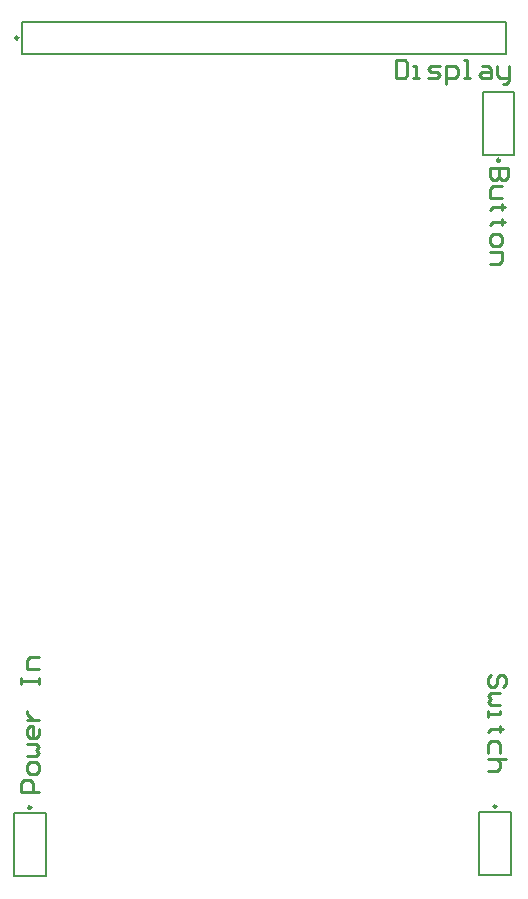
<source format=gto>
G04*
G04 #@! TF.GenerationSoftware,Altium Limited,Altium Designer,25.2.1 (25)*
G04*
G04 Layer_Color=65535*
%FSLAX45Y45*%
%MOMM*%
G71*
G04*
G04 #@! TF.SameCoordinates,CBFBDC55-191E-4970-A60F-4FA5A60A4AEF*
G04*
G04*
G04 #@! TF.FilePolarity,Positive*
G04*
G01*
G75*
%ADD10C,0.25000*%
%ADD11C,0.20000*%
%ADD12C,0.25400*%
D10*
X4152500Y6443000D02*
G03*
X4152500Y6443000I-12500J0D01*
G01*
X182500Y964000D02*
G03*
X182500Y964000I-12500J0D01*
G01*
X4122500Y974000D02*
G03*
X4122500Y974000I-12500J0D01*
G01*
X73500Y7480000D02*
G03*
X73500Y7480000I-12500J0D01*
G01*
D11*
X4274500Y6488000D02*
Y7026000D01*
X4005500Y6488000D02*
X4274500D01*
X4005500D02*
Y7026000D01*
X4274500D01*
X35500Y381000D02*
X304500D01*
Y919000D01*
X35500D02*
X304500D01*
X35500Y381000D02*
Y919000D01*
X3975500Y391000D02*
X4244500D01*
Y929000D01*
X3975500D02*
X4244500D01*
X3975500Y391000D02*
Y929000D01*
X106000Y7345500D02*
X4200000D01*
X106000D02*
Y7614500D01*
X4200000D01*
Y7345500D02*
Y7614500D01*
D12*
X4180784Y1984701D02*
X4206176Y2010093D01*
Y2060876D01*
X4180784Y2086268D01*
X4155392D01*
X4130000Y2060876D01*
Y2010093D01*
X4104609Y1984701D01*
X4079217D01*
X4053825Y2010093D01*
Y2060876D01*
X4079217Y2086268D01*
X4155392Y1933917D02*
X4079217D01*
X4053825Y1908526D01*
X4079217Y1883134D01*
X4053825Y1857742D01*
X4079217Y1832350D01*
X4155392D01*
X4053825Y1781567D02*
Y1730783D01*
Y1756175D01*
X4155392D01*
Y1781567D01*
X4180784Y1629216D02*
X4155392D01*
Y1654608D01*
Y1603824D01*
Y1629216D01*
X4079217D01*
X4053825Y1603824D01*
X4155392Y1426082D02*
Y1502257D01*
X4130000Y1527649D01*
X4079217D01*
X4053825Y1502257D01*
Y1426082D01*
X4206176Y1375298D02*
X4053825D01*
X4130000D01*
X4155392Y1349906D01*
Y1299123D01*
X4130000Y1273731D01*
X4053825D01*
X246175Y1098685D02*
X93824D01*
Y1174860D01*
X119216Y1200252D01*
X170000D01*
X195392Y1174860D01*
Y1098685D01*
X246175Y1276427D02*
Y1327211D01*
X220783Y1352603D01*
X170000D01*
X144608Y1327211D01*
Y1276427D01*
X170000Y1251035D01*
X220783D01*
X246175Y1276427D01*
X144608Y1403386D02*
X220783D01*
X246175Y1428778D01*
X220783Y1454170D01*
X246175Y1479561D01*
X220783Y1504953D01*
X144608D01*
X246175Y1631912D02*
Y1581129D01*
X220783Y1555737D01*
X170000D01*
X144608Y1581129D01*
Y1631912D01*
X170000Y1657304D01*
X195392D01*
Y1555737D01*
X144608Y1708088D02*
X246175D01*
X195392D01*
X170000Y1733479D01*
X144608Y1758871D01*
Y1784263D01*
X93824Y2012789D02*
Y2063572D01*
Y2038181D01*
X246175D01*
Y2012789D01*
Y2063572D01*
Y2139748D02*
X144608D01*
Y2215923D01*
X170000Y2241315D01*
X246175D01*
X3267556Y7291567D02*
Y7139217D01*
X3343732D01*
X3369124Y7164608D01*
Y7266175D01*
X3343732Y7291567D01*
X3267556D01*
X3419907Y7139217D02*
X3470691D01*
X3445299D01*
Y7240784D01*
X3419907D01*
X3546866Y7139217D02*
X3623041D01*
X3648433Y7164608D01*
X3623041Y7190000D01*
X3572258D01*
X3546866Y7215392D01*
X3572258Y7240784D01*
X3648433D01*
X3699217Y7088433D02*
Y7240784D01*
X3775392D01*
X3800784Y7215392D01*
Y7164608D01*
X3775392Y7139217D01*
X3699217D01*
X3851567D02*
X3902351D01*
X3876959D01*
Y7291567D01*
X3851567D01*
X4003918Y7240784D02*
X4054702D01*
X4080093Y7215392D01*
Y7139217D01*
X4003918D01*
X3978526Y7164608D01*
X4003918Y7190000D01*
X4080093D01*
X4130877Y7240784D02*
Y7164608D01*
X4156269Y7139217D01*
X4232444D01*
Y7113825D01*
X4207052Y7088433D01*
X4181660D01*
X4232444Y7139217D02*
Y7240784D01*
X4216175Y6376268D02*
X4063825D01*
Y6300093D01*
X4089217Y6274701D01*
X4114608D01*
X4140000Y6300093D01*
Y6376268D01*
Y6300093D01*
X4165392Y6274701D01*
X4190784D01*
X4216175Y6300093D01*
Y6376268D01*
X4165392Y6223918D02*
X4089217D01*
X4063825Y6198526D01*
Y6122350D01*
X4165392D01*
X4190784Y6046175D02*
X4165392D01*
Y6071567D01*
Y6020783D01*
Y6046175D01*
X4089217D01*
X4063825Y6020783D01*
X4190784Y5919216D02*
X4165392D01*
Y5944608D01*
Y5893825D01*
Y5919216D01*
X4089217D01*
X4063825Y5893825D01*
Y5792257D02*
Y5741474D01*
X4089217Y5716082D01*
X4140000D01*
X4165392Y5741474D01*
Y5792257D01*
X4140000Y5817649D01*
X4089217D01*
X4063825Y5792257D01*
Y5665299D02*
X4165392D01*
Y5589123D01*
X4140000Y5563731D01*
X4063825D01*
M02*

</source>
